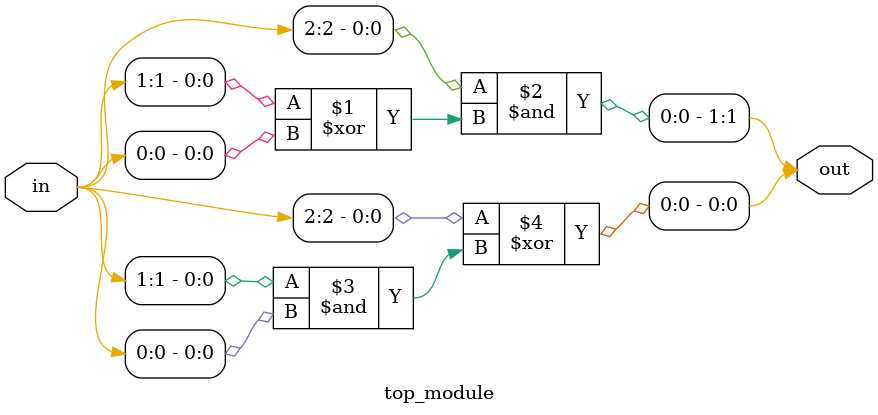
<source format=sv>
module top_module (
	input [2:0] in,
	output [1:0] out
);
    // Combinational logic
    assign out[1] = in[2] & (in[1] ^ in[0]);
    assign out[0] = in[2] ^ (in[1] & in[0]);
endmodule

</source>
